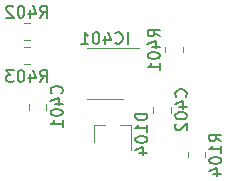
<source format=gbr>
%TF.GenerationSoftware,KiCad,Pcbnew,5.1.7-a382d34a8~87~ubuntu20.04.1*%
%TF.CreationDate,2020-11-04T11:30:01+01:00*%
%TF.ProjectId,isoSPI_Interface,69736f53-5049-45f4-996e-746572666163,rev?*%
%TF.SameCoordinates,Original*%
%TF.FileFunction,Legend,Bot*%
%TF.FilePolarity,Positive*%
%FSLAX46Y46*%
G04 Gerber Fmt 4.6, Leading zero omitted, Abs format (unit mm)*
G04 Created by KiCad (PCBNEW 5.1.7-a382d34a8~87~ubuntu20.04.1) date 2020-11-04 11:30:01*
%MOMM*%
%LPD*%
G01*
G04 APERTURE LIST*
%ADD10C,0.120000*%
%ADD11C,0.150000*%
G04 APERTURE END LIST*
D10*
%TO.C,R403*%
X98398064Y-98452000D02*
X97943936Y-98452000D01*
X98398064Y-99922000D02*
X97943936Y-99922000D01*
%TO.C,R402*%
X98398064Y-96420000D02*
X97943936Y-96420000D01*
X98398064Y-97890000D02*
X97943936Y-97890000D01*
%TO.C,R401*%
X109882000Y-98451936D02*
X109882000Y-98906064D01*
X111352000Y-98451936D02*
X111352000Y-98906064D01*
%TO.C,R104*%
X113257000Y-107796064D02*
X113257000Y-107341936D01*
X111787000Y-107796064D02*
X111787000Y-107341936D01*
%TO.C,IC401*%
X104775000Y-102871000D02*
X103275000Y-102871000D01*
X104775000Y-102871000D02*
X106275000Y-102871000D01*
X104775000Y-98551000D02*
X103275000Y-98551000D01*
X104775000Y-98551000D02*
X107650000Y-98551000D01*
%TO.C,D104*%
X103830000Y-105031000D02*
X104760000Y-105031000D01*
X106990000Y-105031000D02*
X106060000Y-105031000D01*
X106990000Y-105031000D02*
X106990000Y-107191000D01*
X103830000Y-105031000D02*
X103830000Y-106491000D01*
%TO.C,C402*%
X110336000Y-104041752D02*
X110336000Y-103519248D01*
X108866000Y-104041752D02*
X108866000Y-103519248D01*
%TO.C,C401*%
X99795000Y-103766252D02*
X99795000Y-103243748D01*
X98325000Y-103766252D02*
X98325000Y-103243748D01*
%TO.C,R403*%
D11*
X99290047Y-101417380D02*
X99623380Y-100941190D01*
X99861476Y-101417380D02*
X99861476Y-100417380D01*
X99480523Y-100417380D01*
X99385285Y-100465000D01*
X99337666Y-100512619D01*
X99290047Y-100607857D01*
X99290047Y-100750714D01*
X99337666Y-100845952D01*
X99385285Y-100893571D01*
X99480523Y-100941190D01*
X99861476Y-100941190D01*
X98432904Y-100750714D02*
X98432904Y-101417380D01*
X98671000Y-100369761D02*
X98909095Y-101084047D01*
X98290047Y-101084047D01*
X97718619Y-100417380D02*
X97623380Y-100417380D01*
X97528142Y-100465000D01*
X97480523Y-100512619D01*
X97432904Y-100607857D01*
X97385285Y-100798333D01*
X97385285Y-101036428D01*
X97432904Y-101226904D01*
X97480523Y-101322142D01*
X97528142Y-101369761D01*
X97623380Y-101417380D01*
X97718619Y-101417380D01*
X97813857Y-101369761D01*
X97861476Y-101322142D01*
X97909095Y-101226904D01*
X97956714Y-101036428D01*
X97956714Y-100798333D01*
X97909095Y-100607857D01*
X97861476Y-100512619D01*
X97813857Y-100465000D01*
X97718619Y-100417380D01*
X97051952Y-100417380D02*
X96432904Y-100417380D01*
X96766238Y-100798333D01*
X96623380Y-100798333D01*
X96528142Y-100845952D01*
X96480523Y-100893571D01*
X96432904Y-100988809D01*
X96432904Y-101226904D01*
X96480523Y-101322142D01*
X96528142Y-101369761D01*
X96623380Y-101417380D01*
X96909095Y-101417380D01*
X97004333Y-101369761D01*
X97051952Y-101322142D01*
%TO.C,R402*%
X99290047Y-95957380D02*
X99623380Y-95481190D01*
X99861476Y-95957380D02*
X99861476Y-94957380D01*
X99480523Y-94957380D01*
X99385285Y-95005000D01*
X99337666Y-95052619D01*
X99290047Y-95147857D01*
X99290047Y-95290714D01*
X99337666Y-95385952D01*
X99385285Y-95433571D01*
X99480523Y-95481190D01*
X99861476Y-95481190D01*
X98432904Y-95290714D02*
X98432904Y-95957380D01*
X98671000Y-94909761D02*
X98909095Y-95624047D01*
X98290047Y-95624047D01*
X97718619Y-94957380D02*
X97623380Y-94957380D01*
X97528142Y-95005000D01*
X97480523Y-95052619D01*
X97432904Y-95147857D01*
X97385285Y-95338333D01*
X97385285Y-95576428D01*
X97432904Y-95766904D01*
X97480523Y-95862142D01*
X97528142Y-95909761D01*
X97623380Y-95957380D01*
X97718619Y-95957380D01*
X97813857Y-95909761D01*
X97861476Y-95862142D01*
X97909095Y-95766904D01*
X97956714Y-95576428D01*
X97956714Y-95338333D01*
X97909095Y-95147857D01*
X97861476Y-95052619D01*
X97813857Y-95005000D01*
X97718619Y-94957380D01*
X97004333Y-95052619D02*
X96956714Y-95005000D01*
X96861476Y-94957380D01*
X96623380Y-94957380D01*
X96528142Y-95005000D01*
X96480523Y-95052619D01*
X96432904Y-95147857D01*
X96432904Y-95243095D01*
X96480523Y-95385952D01*
X97051952Y-95957380D01*
X96432904Y-95957380D01*
%TO.C,R401*%
X109419380Y-97559952D02*
X108943190Y-97226619D01*
X109419380Y-96988523D02*
X108419380Y-96988523D01*
X108419380Y-97369476D01*
X108467000Y-97464714D01*
X108514619Y-97512333D01*
X108609857Y-97559952D01*
X108752714Y-97559952D01*
X108847952Y-97512333D01*
X108895571Y-97464714D01*
X108943190Y-97369476D01*
X108943190Y-96988523D01*
X108752714Y-98417095D02*
X109419380Y-98417095D01*
X108371761Y-98179000D02*
X109086047Y-97940904D01*
X109086047Y-98559952D01*
X108419380Y-99131380D02*
X108419380Y-99226619D01*
X108467000Y-99321857D01*
X108514619Y-99369476D01*
X108609857Y-99417095D01*
X108800333Y-99464714D01*
X109038428Y-99464714D01*
X109228904Y-99417095D01*
X109324142Y-99369476D01*
X109371761Y-99321857D01*
X109419380Y-99226619D01*
X109419380Y-99131380D01*
X109371761Y-99036142D01*
X109324142Y-98988523D01*
X109228904Y-98940904D01*
X109038428Y-98893285D01*
X108800333Y-98893285D01*
X108609857Y-98940904D01*
X108514619Y-98988523D01*
X108467000Y-99036142D01*
X108419380Y-99131380D01*
X109419380Y-100417095D02*
X109419380Y-99845666D01*
X109419380Y-100131380D02*
X108419380Y-100131380D01*
X108562238Y-100036142D01*
X108657476Y-99940904D01*
X108705095Y-99845666D01*
%TO.C,R104*%
X114624380Y-106449952D02*
X114148190Y-106116619D01*
X114624380Y-105878523D02*
X113624380Y-105878523D01*
X113624380Y-106259476D01*
X113672000Y-106354714D01*
X113719619Y-106402333D01*
X113814857Y-106449952D01*
X113957714Y-106449952D01*
X114052952Y-106402333D01*
X114100571Y-106354714D01*
X114148190Y-106259476D01*
X114148190Y-105878523D01*
X114624380Y-107402333D02*
X114624380Y-106830904D01*
X114624380Y-107116619D02*
X113624380Y-107116619D01*
X113767238Y-107021380D01*
X113862476Y-106926142D01*
X113910095Y-106830904D01*
X113624380Y-108021380D02*
X113624380Y-108116619D01*
X113672000Y-108211857D01*
X113719619Y-108259476D01*
X113814857Y-108307095D01*
X114005333Y-108354714D01*
X114243428Y-108354714D01*
X114433904Y-108307095D01*
X114529142Y-108259476D01*
X114576761Y-108211857D01*
X114624380Y-108116619D01*
X114624380Y-108021380D01*
X114576761Y-107926142D01*
X114529142Y-107878523D01*
X114433904Y-107830904D01*
X114243428Y-107783285D01*
X114005333Y-107783285D01*
X113814857Y-107830904D01*
X113719619Y-107878523D01*
X113672000Y-107926142D01*
X113624380Y-108021380D01*
X113957714Y-109211857D02*
X114624380Y-109211857D01*
X113576761Y-108973761D02*
X114291047Y-108735666D01*
X114291047Y-109354714D01*
%TO.C,IC401*%
X106703571Y-98193380D02*
X106703571Y-97193380D01*
X105655952Y-98098142D02*
X105703571Y-98145761D01*
X105846428Y-98193380D01*
X105941666Y-98193380D01*
X106084523Y-98145761D01*
X106179761Y-98050523D01*
X106227380Y-97955285D01*
X106275000Y-97764809D01*
X106275000Y-97621952D01*
X106227380Y-97431476D01*
X106179761Y-97336238D01*
X106084523Y-97241000D01*
X105941666Y-97193380D01*
X105846428Y-97193380D01*
X105703571Y-97241000D01*
X105655952Y-97288619D01*
X104798809Y-97526714D02*
X104798809Y-98193380D01*
X105036904Y-97145761D02*
X105275000Y-97860047D01*
X104655952Y-97860047D01*
X104084523Y-97193380D02*
X103989285Y-97193380D01*
X103894047Y-97241000D01*
X103846428Y-97288619D01*
X103798809Y-97383857D01*
X103751190Y-97574333D01*
X103751190Y-97812428D01*
X103798809Y-98002904D01*
X103846428Y-98098142D01*
X103894047Y-98145761D01*
X103989285Y-98193380D01*
X104084523Y-98193380D01*
X104179761Y-98145761D01*
X104227380Y-98098142D01*
X104275000Y-98002904D01*
X104322619Y-97812428D01*
X104322619Y-97574333D01*
X104275000Y-97383857D01*
X104227380Y-97288619D01*
X104179761Y-97241000D01*
X104084523Y-97193380D01*
X102798809Y-98193380D02*
X103370238Y-98193380D01*
X103084523Y-98193380D02*
X103084523Y-97193380D01*
X103179761Y-97336238D01*
X103275000Y-97431476D01*
X103370238Y-97479095D01*
%TO.C,D104*%
X108362380Y-104100523D02*
X107362380Y-104100523D01*
X107362380Y-104338619D01*
X107410000Y-104481476D01*
X107505238Y-104576714D01*
X107600476Y-104624333D01*
X107790952Y-104671952D01*
X107933809Y-104671952D01*
X108124285Y-104624333D01*
X108219523Y-104576714D01*
X108314761Y-104481476D01*
X108362380Y-104338619D01*
X108362380Y-104100523D01*
X108362380Y-105624333D02*
X108362380Y-105052904D01*
X108362380Y-105338619D02*
X107362380Y-105338619D01*
X107505238Y-105243380D01*
X107600476Y-105148142D01*
X107648095Y-105052904D01*
X107362380Y-106243380D02*
X107362380Y-106338619D01*
X107410000Y-106433857D01*
X107457619Y-106481476D01*
X107552857Y-106529095D01*
X107743333Y-106576714D01*
X107981428Y-106576714D01*
X108171904Y-106529095D01*
X108267142Y-106481476D01*
X108314761Y-106433857D01*
X108362380Y-106338619D01*
X108362380Y-106243380D01*
X108314761Y-106148142D01*
X108267142Y-106100523D01*
X108171904Y-106052904D01*
X107981428Y-106005285D01*
X107743333Y-106005285D01*
X107552857Y-106052904D01*
X107457619Y-106100523D01*
X107410000Y-106148142D01*
X107362380Y-106243380D01*
X107695714Y-107433857D02*
X108362380Y-107433857D01*
X107314761Y-107195761D02*
X108029047Y-106957666D01*
X108029047Y-107576714D01*
%TO.C,C402*%
X111638142Y-102661452D02*
X111685761Y-102613833D01*
X111733380Y-102470976D01*
X111733380Y-102375738D01*
X111685761Y-102232880D01*
X111590523Y-102137642D01*
X111495285Y-102090023D01*
X111304809Y-102042404D01*
X111161952Y-102042404D01*
X110971476Y-102090023D01*
X110876238Y-102137642D01*
X110781000Y-102232880D01*
X110733380Y-102375738D01*
X110733380Y-102470976D01*
X110781000Y-102613833D01*
X110828619Y-102661452D01*
X111066714Y-103518595D02*
X111733380Y-103518595D01*
X110685761Y-103280500D02*
X111400047Y-103042404D01*
X111400047Y-103661452D01*
X110733380Y-104232880D02*
X110733380Y-104328119D01*
X110781000Y-104423357D01*
X110828619Y-104470976D01*
X110923857Y-104518595D01*
X111114333Y-104566214D01*
X111352428Y-104566214D01*
X111542904Y-104518595D01*
X111638142Y-104470976D01*
X111685761Y-104423357D01*
X111733380Y-104328119D01*
X111733380Y-104232880D01*
X111685761Y-104137642D01*
X111638142Y-104090023D01*
X111542904Y-104042404D01*
X111352428Y-103994785D01*
X111114333Y-103994785D01*
X110923857Y-104042404D01*
X110828619Y-104090023D01*
X110781000Y-104137642D01*
X110733380Y-104232880D01*
X110828619Y-104947166D02*
X110781000Y-104994785D01*
X110733380Y-105090023D01*
X110733380Y-105328119D01*
X110781000Y-105423357D01*
X110828619Y-105470976D01*
X110923857Y-105518595D01*
X111019095Y-105518595D01*
X111161952Y-105470976D01*
X111733380Y-104899547D01*
X111733380Y-105518595D01*
%TO.C,C401*%
X101097142Y-102385952D02*
X101144761Y-102338333D01*
X101192380Y-102195476D01*
X101192380Y-102100238D01*
X101144761Y-101957380D01*
X101049523Y-101862142D01*
X100954285Y-101814523D01*
X100763809Y-101766904D01*
X100620952Y-101766904D01*
X100430476Y-101814523D01*
X100335238Y-101862142D01*
X100240000Y-101957380D01*
X100192380Y-102100238D01*
X100192380Y-102195476D01*
X100240000Y-102338333D01*
X100287619Y-102385952D01*
X100525714Y-103243095D02*
X101192380Y-103243095D01*
X100144761Y-103005000D02*
X100859047Y-102766904D01*
X100859047Y-103385952D01*
X100192380Y-103957380D02*
X100192380Y-104052619D01*
X100240000Y-104147857D01*
X100287619Y-104195476D01*
X100382857Y-104243095D01*
X100573333Y-104290714D01*
X100811428Y-104290714D01*
X101001904Y-104243095D01*
X101097142Y-104195476D01*
X101144761Y-104147857D01*
X101192380Y-104052619D01*
X101192380Y-103957380D01*
X101144761Y-103862142D01*
X101097142Y-103814523D01*
X101001904Y-103766904D01*
X100811428Y-103719285D01*
X100573333Y-103719285D01*
X100382857Y-103766904D01*
X100287619Y-103814523D01*
X100240000Y-103862142D01*
X100192380Y-103957380D01*
X101192380Y-105243095D02*
X101192380Y-104671666D01*
X101192380Y-104957380D02*
X100192380Y-104957380D01*
X100335238Y-104862142D01*
X100430476Y-104766904D01*
X100478095Y-104671666D01*
%TD*%
M02*

</source>
